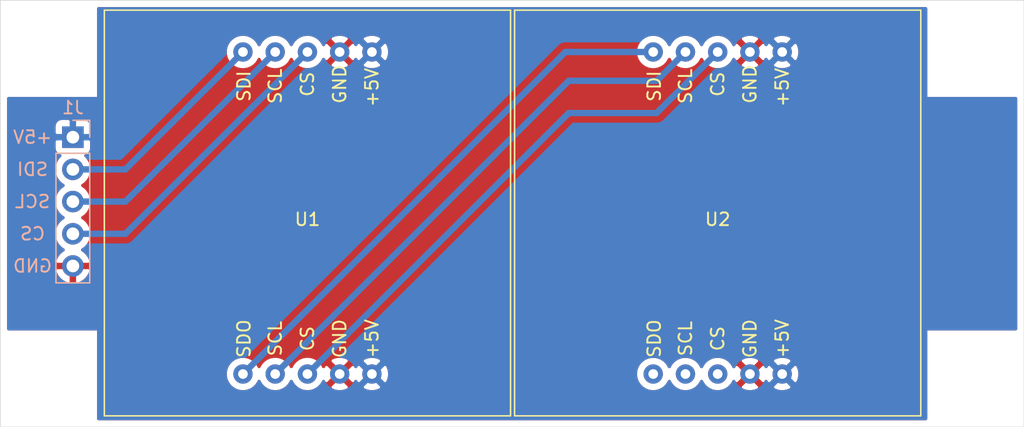
<source format=kicad_pcb>
(kicad_pcb (version 20171130) (host pcbnew "(5.1.10)-1")

  (general
    (thickness 1.6)
    (drawings 9)
    (tracks 14)
    (zones 0)
    (modules 7)
    (nets 12)
  )

  (page A4)
  (layers
    (0 F.Cu signal)
    (31 B.Cu signal)
    (32 B.Adhes user)
    (33 F.Adhes user)
    (34 B.Paste user)
    (35 F.Paste user)
    (36 B.SilkS user)
    (37 F.SilkS user)
    (38 B.Mask user)
    (39 F.Mask user)
    (40 Dwgs.User user)
    (41 Cmts.User user)
    (42 Eco1.User user)
    (43 Eco2.User user)
    (44 Edge.Cuts user)
    (45 Margin user)
    (46 B.CrtYd user)
    (47 F.CrtYd user)
    (48 B.Fab user)
    (49 F.Fab user)
  )

  (setup
    (last_trace_width 0.25)
    (user_trace_width 0.25)
    (user_trace_width 0.5)
    (trace_clearance 0.2)
    (zone_clearance 0.508)
    (zone_45_only no)
    (trace_min 0.2)
    (via_size 0.8)
    (via_drill 0.4)
    (via_min_size 0.4)
    (via_min_drill 0.3)
    (uvia_size 0.3)
    (uvia_drill 0.1)
    (uvias_allowed no)
    (uvia_min_size 0.2)
    (uvia_min_drill 0.1)
    (edge_width 0.05)
    (segment_width 0.2)
    (pcb_text_width 0.3)
    (pcb_text_size 1.5 1.5)
    (mod_edge_width 0.12)
    (mod_text_size 1 1)
    (mod_text_width 0.15)
    (pad_size 1.524 1.524)
    (pad_drill 0.762)
    (pad_to_mask_clearance 0)
    (aux_axis_origin 0 0)
    (grid_origin 29.845 36.83)
    (visible_elements 7FFFFFFF)
    (pcbplotparams
      (layerselection 0x010fc_ffffffff)
      (usegerberextensions true)
      (usegerberattributes false)
      (usegerberadvancedattributes false)
      (creategerberjobfile false)
      (excludeedgelayer true)
      (linewidth 0.100000)
      (plotframeref false)
      (viasonmask false)
      (mode 1)
      (useauxorigin false)
      (hpglpennumber 1)
      (hpglpenspeed 20)
      (hpglpendiameter 15.000000)
      (psnegative false)
      (psa4output false)
      (plotreference true)
      (plotvalue false)
      (plotinvisibletext false)
      (padsonsilk false)
      (subtractmaskfromsilk true)
      (outputformat 1)
      (mirror false)
      (drillshape 0)
      (scaleselection 1)
      (outputdirectory "gerbers/"))
  )

  (net 0 "")
  (net 1 "Net-(J1-Pad4)")
  (net 2 "Net-(J1-Pad3)")
  (net 3 "Net-(J1-Pad2)")
  (net 4 "Net-(U1-Pad10)")
  (net 5 "Net-(U1-Pad9)")
  (net 6 "Net-(U1-Pad8)")
  (net 7 "Net-(U2-Pad10)")
  (net 8 "Net-(U2-Pad9)")
  (net 9 "Net-(U2-Pad8)")
  (net 10 GND)
  (net 11 +5V)

  (net_class Default "This is the default net class."
    (clearance 0.2)
    (trace_width 0.25)
    (via_dia 0.8)
    (via_drill 0.4)
    (uvia_dia 0.3)
    (uvia_drill 0.1)
    (add_net +5V)
    (add_net GND)
    (add_net "Net-(J1-Pad2)")
    (add_net "Net-(J1-Pad3)")
    (add_net "Net-(J1-Pad4)")
    (add_net "Net-(U1-Pad10)")
    (add_net "Net-(U1-Pad8)")
    (add_net "Net-(U1-Pad9)")
    (add_net "Net-(U2-Pad10)")
    (add_net "Net-(U2-Pad8)")
    (add_net "Net-(U2-Pad9)")
  )

  (module MountingHole:MountingHole_3.2mm_M3_DIN965 (layer F.Cu) (tedit 56D1B4CB) (tstamp 616547C7)
    (at 106.68 66.675)
    (descr "Mounting Hole 3.2mm, no annular, M3, DIN965")
    (tags "mounting hole 3.2mm no annular m3 din965")
    (path /6165FE83)
    (attr virtual)
    (fp_text reference H4 (at 0 -3.8) (layer F.SilkS) hide
      (effects (font (size 1 1) (thickness 0.15)))
    )
    (fp_text value MountingHole (at 0 3.8) (layer F.Fab) hide
      (effects (font (size 1 1) (thickness 0.15)))
    )
    (fp_text user %R (at 0.3 0) (layer F.Fab)
      (effects (font (size 1 1) (thickness 0.15)))
    )
    (fp_circle (center 0 0) (end 2.8 0) (layer Cmts.User) (width 0.15))
    (fp_circle (center 0 0) (end 3.05 0) (layer F.CrtYd) (width 0.05))
    (pad 1 np_thru_hole circle (at 0 0) (size 3.2 3.2) (drill 3.2) (layers *.Cu *.Mask))
  )

  (module MountingHole:MountingHole_3.2mm_M3_DIN965 (layer F.Cu) (tedit 56D1B4CB) (tstamp 616547BF)
    (at 33.655 66.675)
    (descr "Mounting Hole 3.2mm, no annular, M3, DIN965")
    (tags "mounting hole 3.2mm no annular m3 din965")
    (path /6165FCB0)
    (attr virtual)
    (fp_text reference H3 (at 0 -3.8) (layer F.SilkS) hide
      (effects (font (size 1 1) (thickness 0.15)))
    )
    (fp_text value MountingHole (at 0 3.8) (layer F.Fab) hide
      (effects (font (size 1 1) (thickness 0.15)))
    )
    (fp_text user %R (at 0.3 0) (layer F.Fab)
      (effects (font (size 1 1) (thickness 0.15)))
    )
    (fp_circle (center 0 0) (end 2.8 0) (layer Cmts.User) (width 0.15))
    (fp_circle (center 0 0) (end 3.05 0) (layer F.CrtYd) (width 0.05))
    (pad 1 np_thru_hole circle (at 0 0) (size 3.2 3.2) (drill 3.2) (layers *.Cu *.Mask))
  )

  (module MountingHole:MountingHole_3.2mm_M3_DIN965 (layer F.Cu) (tedit 56D1B4CB) (tstamp 616547B7)
    (at 106.68 40.64)
    (descr "Mounting Hole 3.2mm, no annular, M3, DIN965")
    (tags "mounting hole 3.2mm no annular m3 din965")
    (path /6165F988)
    (attr virtual)
    (fp_text reference H2 (at 0 -3.8) (layer F.SilkS) hide
      (effects (font (size 1 1) (thickness 0.15)))
    )
    (fp_text value MountingHole (at 0 3.8) (layer F.Fab) hide
      (effects (font (size 1 1) (thickness 0.15)))
    )
    (fp_text user %R (at 0.3 0) (layer F.Fab)
      (effects (font (size 1 1) (thickness 0.15)))
    )
    (fp_circle (center 0 0) (end 2.8 0) (layer Cmts.User) (width 0.15))
    (fp_circle (center 0 0) (end 3.05 0) (layer F.CrtYd) (width 0.05))
    (pad 1 np_thru_hole circle (at 0 0) (size 3.2 3.2) (drill 3.2) (layers *.Cu *.Mask))
  )

  (module MountingHole:MountingHole_3.2mm_M3_DIN965 (layer F.Cu) (tedit 56D1B4CB) (tstamp 616547AF)
    (at 33.655 40.64)
    (descr "Mounting Hole 3.2mm, no annular, M3, DIN965")
    (tags "mounting hole 3.2mm no annular m3 din965")
    (path /6165E573)
    (attr virtual)
    (fp_text reference H1 (at 0 -3.8) (layer F.SilkS) hide
      (effects (font (size 1 1) (thickness 0.15)))
    )
    (fp_text value MountingHole (at 0 3.8) (layer F.Fab) hide
      (effects (font (size 1 1) (thickness 0.15)))
    )
    (fp_text user %R (at 0.3 0) (layer F.Fab)
      (effects (font (size 1 1) (thickness 0.15)))
    )
    (fp_circle (center 0 0) (end 2.8 0) (layer Cmts.User) (width 0.15))
    (fp_circle (center 0 0) (end 3.05 0) (layer F.CrtYd) (width 0.05))
    (pad 1 np_thru_hole circle (at 0 0) (size 3.2 3.2) (drill 3.2) (layers *.Cu *.Mask))
  )

  (module MyLibrary:RoboDyn_MAX7221_LED_Matrix (layer F.Cu) (tedit 61650AD2) (tstamp 616543D8)
    (at 86.36 53.605)
    (path /6164F9F8)
    (fp_text reference U2 (at 0 0.5) (layer F.SilkS)
      (effects (font (size 1 1) (thickness 0.15)))
    )
    (fp_text value LED2 (at 0 -0.5) (layer F.Fab)
      (effects (font (size 1 1) (thickness 0.15)))
    )
    (fp_text user +5V (at 5.08 -9.906 90) (layer F.SilkS)
      (effects (font (size 1 1) (thickness 0.15)))
    )
    (fp_text user +5V (at 5.08 9.906 270) (layer F.SilkS)
      (effects (font (size 1 1) (thickness 0.15)))
    )
    (fp_text user CS (at 0 9.906 90) (layer F.SilkS)
      (effects (font (size 1 1) (thickness 0.15)))
    )
    (fp_text user CS (at 0 -10.16 90) (layer F.SilkS)
      (effects (font (size 1 1) (thickness 0.15)))
    )
    (fp_text user GND (at 2.54 9.906 90) (layer F.SilkS)
      (effects (font (size 1 1) (thickness 0.15)))
    )
    (fp_text user GND (at 2.54 -10.16 90) (layer F.SilkS)
      (effects (font (size 1 1) (thickness 0.15)))
    )
    (fp_text user SCL (at -2.54 9.906 90) (layer F.SilkS)
      (effects (font (size 1 1) (thickness 0.15)))
    )
    (fp_text user SCL (at -2.54 -10 90) (layer F.SilkS)
      (effects (font (size 1 1) (thickness 0.15)))
    )
    (fp_text user SDO (at -5 9.906 270) (layer F.SilkS)
      (effects (font (size 1 1) (thickness 0.15)))
    )
    (fp_text user SDI (at -5 -10 270) (layer F.SilkS)
      (effects (font (size 1 1) (thickness 0.15)))
    )
    (fp_line (start -16 16) (end -16 -16) (layer F.CrtYd) (width 0.12))
    (fp_line (start 16 16) (end -16 16) (layer F.CrtYd) (width 0.12))
    (fp_line (start 16 -16) (end 16 16) (layer F.CrtYd) (width 0.12))
    (fp_line (start -16 -16) (end 16 -16) (layer F.CrtYd) (width 0.12))
    (fp_line (start -16 16) (end -16 -16) (layer F.SilkS) (width 0.12))
    (fp_line (start 16 16) (end -16 16) (layer F.SilkS) (width 0.12))
    (fp_line (start 16 -16) (end 16 16) (layer F.SilkS) (width 0.12))
    (fp_line (start -16 -16) (end 16 -16) (layer F.SilkS) (width 0.12))
    (pad 10 thru_hole circle (at -5.08 12.7) (size 1.524 1.524) (drill 0.762) (layers *.Cu *.Mask)
      (net 7 "Net-(U2-Pad10)"))
    (pad 9 thru_hole circle (at -2.54 12.7) (size 1.524 1.524) (drill 0.762) (layers *.Cu *.Mask)
      (net 8 "Net-(U2-Pad9)"))
    (pad 8 thru_hole circle (at 0 12.7) (size 1.524 1.524) (drill 0.762) (layers *.Cu *.Mask Eco1.User)
      (net 9 "Net-(U2-Pad8)"))
    (pad 7 thru_hole circle (at 2.54 12.7) (size 1.524 1.524) (drill 0.762) (layers *.Cu *.Mask)
      (net 10 GND))
    (pad 6 thru_hole circle (at 5.08 12.7) (size 1.524 1.524) (drill 0.762) (layers *.Cu *.Mask)
      (net 11 +5V))
    (pad 5 thru_hole circle (at 5.08 -12.7) (size 1.524 1.524) (drill 0.762) (layers *.Cu *.Mask)
      (net 11 +5V))
    (pad 4 thru_hole circle (at 2.54 -12.7) (size 1.524 1.524) (drill 0.762) (layers *.Cu *.Mask)
      (net 10 GND))
    (pad 3 thru_hole circle (at 0 -12.7) (size 1.524 1.524) (drill 0.762) (layers *.Cu *.Mask)
      (net 6 "Net-(U1-Pad8)"))
    (pad 2 thru_hole circle (at -2.54 -12.7) (size 1.524 1.524) (drill 0.762) (layers *.Cu *.Mask)
      (net 5 "Net-(U1-Pad9)"))
    (pad 1 thru_hole circle (at -5.08 -12.7) (size 1.524 1.524) (drill 0.762) (layers *.Cu *.Mask)
      (net 4 "Net-(U1-Pad10)"))
  )

  (module MyLibrary:RoboDyn_MAX7221_LED_Matrix (layer F.Cu) (tedit 61650AD2) (tstamp 616543C2)
    (at 54.04 53.605)
    (path /6164E7D6)
    (fp_text reference U1 (at 0 0.5) (layer F.SilkS)
      (effects (font (size 1 1) (thickness 0.15)))
    )
    (fp_text value LED1 (at 0 -0.5) (layer F.Fab)
      (effects (font (size 1 1) (thickness 0.15)))
    )
    (fp_text user +5V (at 5.08 -9.906 90) (layer F.SilkS)
      (effects (font (size 1 1) (thickness 0.15)))
    )
    (fp_text user +5V (at 5.08 9.906 270) (layer F.SilkS)
      (effects (font (size 1 1) (thickness 0.15)))
    )
    (fp_text user CS (at 0 9.906 90) (layer F.SilkS)
      (effects (font (size 1 1) (thickness 0.15)))
    )
    (fp_text user CS (at 0 -10.16 90) (layer F.SilkS)
      (effects (font (size 1 1) (thickness 0.15)))
    )
    (fp_text user GND (at 2.54 9.906 90) (layer F.SilkS)
      (effects (font (size 1 1) (thickness 0.15)))
    )
    (fp_text user GND (at 2.54 -10.16 90) (layer F.SilkS)
      (effects (font (size 1 1) (thickness 0.15)))
    )
    (fp_text user SCL (at -2.54 9.906 90) (layer F.SilkS)
      (effects (font (size 1 1) (thickness 0.15)))
    )
    (fp_text user SCL (at -2.54 -10 90) (layer F.SilkS)
      (effects (font (size 1 1) (thickness 0.15)))
    )
    (fp_text user SDO (at -5 9.906 270) (layer F.SilkS)
      (effects (font (size 1 1) (thickness 0.15)))
    )
    (fp_text user SDI (at -5 -10 270) (layer F.SilkS)
      (effects (font (size 1 1) (thickness 0.15)))
    )
    (fp_line (start -16 16) (end -16 -16) (layer F.CrtYd) (width 0.12))
    (fp_line (start 16 16) (end -16 16) (layer F.CrtYd) (width 0.12))
    (fp_line (start 16 -16) (end 16 16) (layer F.CrtYd) (width 0.12))
    (fp_line (start -16 -16) (end 16 -16) (layer F.CrtYd) (width 0.12))
    (fp_line (start -16 16) (end -16 -16) (layer F.SilkS) (width 0.12))
    (fp_line (start 16 16) (end -16 16) (layer F.SilkS) (width 0.12))
    (fp_line (start 16 -16) (end 16 16) (layer F.SilkS) (width 0.12))
    (fp_line (start -16 -16) (end 16 -16) (layer F.SilkS) (width 0.12))
    (pad 10 thru_hole circle (at -5.08 12.7) (size 1.524 1.524) (drill 0.762) (layers *.Cu *.Mask)
      (net 4 "Net-(U1-Pad10)"))
    (pad 9 thru_hole circle (at -2.54 12.7) (size 1.524 1.524) (drill 0.762) (layers *.Cu *.Mask)
      (net 5 "Net-(U1-Pad9)"))
    (pad 8 thru_hole circle (at 0 12.7) (size 1.524 1.524) (drill 0.762) (layers *.Cu *.Mask Eco1.User)
      (net 6 "Net-(U1-Pad8)"))
    (pad 7 thru_hole circle (at 2.54 12.7) (size 1.524 1.524) (drill 0.762) (layers *.Cu *.Mask)
      (net 10 GND))
    (pad 6 thru_hole circle (at 5.08 12.7) (size 1.524 1.524) (drill 0.762) (layers *.Cu *.Mask)
      (net 11 +5V))
    (pad 5 thru_hole circle (at 5.08 -12.7) (size 1.524 1.524) (drill 0.762) (layers *.Cu *.Mask)
      (net 11 +5V))
    (pad 4 thru_hole circle (at 2.54 -12.7) (size 1.524 1.524) (drill 0.762) (layers *.Cu *.Mask)
      (net 10 GND))
    (pad 3 thru_hole circle (at 0 -12.7) (size 1.524 1.524) (drill 0.762) (layers *.Cu *.Mask)
      (net 1 "Net-(J1-Pad4)"))
    (pad 2 thru_hole circle (at -2.54 -12.7) (size 1.524 1.524) (drill 0.762) (layers *.Cu *.Mask)
      (net 2 "Net-(J1-Pad3)"))
    (pad 1 thru_hole circle (at -5.08 -12.7) (size 1.524 1.524) (drill 0.762) (layers *.Cu *.Mask)
      (net 3 "Net-(J1-Pad2)"))
  )

  (module Connector_PinHeader_2.54mm:PinHeader_1x05_P2.54mm_Vertical (layer B.Cu) (tedit 59FED5CC) (tstamp 616543AC)
    (at 35.56 47.625 180)
    (descr "Through hole straight pin header, 1x05, 2.54mm pitch, single row")
    (tags "Through hole pin header THT 1x05 2.54mm single row")
    (path /61651DBA)
    (fp_text reference J1 (at 0 2.33) (layer B.SilkS)
      (effects (font (size 1 1) (thickness 0.15)) (justify mirror))
    )
    (fp_text value Input (at 0 -12.49) (layer B.Fab)
      (effects (font (size 1 1) (thickness 0.15)) (justify mirror))
    )
    (fp_text user %R (at 0 -5.08 270) (layer B.Fab)
      (effects (font (size 1 1) (thickness 0.15)) (justify mirror))
    )
    (fp_line (start -0.635 1.27) (end 1.27 1.27) (layer B.Fab) (width 0.1))
    (fp_line (start 1.27 1.27) (end 1.27 -11.43) (layer B.Fab) (width 0.1))
    (fp_line (start 1.27 -11.43) (end -1.27 -11.43) (layer B.Fab) (width 0.1))
    (fp_line (start -1.27 -11.43) (end -1.27 0.635) (layer B.Fab) (width 0.1))
    (fp_line (start -1.27 0.635) (end -0.635 1.27) (layer B.Fab) (width 0.1))
    (fp_line (start -1.33 -11.49) (end 1.33 -11.49) (layer B.SilkS) (width 0.12))
    (fp_line (start -1.33 -1.27) (end -1.33 -11.49) (layer B.SilkS) (width 0.12))
    (fp_line (start 1.33 -1.27) (end 1.33 -11.49) (layer B.SilkS) (width 0.12))
    (fp_line (start -1.33 -1.27) (end 1.33 -1.27) (layer B.SilkS) (width 0.12))
    (fp_line (start -1.33 0) (end -1.33 1.33) (layer B.SilkS) (width 0.12))
    (fp_line (start -1.33 1.33) (end 0 1.33) (layer B.SilkS) (width 0.12))
    (fp_line (start -1.8 1.8) (end -1.8 -11.95) (layer B.CrtYd) (width 0.05))
    (fp_line (start -1.8 -11.95) (end 1.8 -11.95) (layer B.CrtYd) (width 0.05))
    (fp_line (start 1.8 -11.95) (end 1.8 1.8) (layer B.CrtYd) (width 0.05))
    (fp_line (start 1.8 1.8) (end -1.8 1.8) (layer B.CrtYd) (width 0.05))
    (pad 5 thru_hole oval (at 0 -10.16 180) (size 1.7 1.7) (drill 1) (layers *.Cu *.Mask)
      (net 10 GND))
    (pad 4 thru_hole oval (at 0 -7.62 180) (size 1.7 1.7) (drill 1) (layers *.Cu *.Mask)
      (net 1 "Net-(J1-Pad4)"))
    (pad 3 thru_hole oval (at 0 -5.08 180) (size 1.7 1.7) (drill 1) (layers *.Cu *.Mask)
      (net 2 "Net-(J1-Pad3)"))
    (pad 2 thru_hole oval (at 0 -2.54 180) (size 1.7 1.7) (drill 1) (layers *.Cu *.Mask)
      (net 3 "Net-(J1-Pad2)"))
    (pad 1 thru_hole rect (at 0 0 180) (size 1.7 1.7) (drill 1) (layers *.Cu *.Mask)
      (net 11 +5V))
    (model ${KISYS3DMOD}/Connector_PinHeader_2.54mm.3dshapes/PinHeader_1x05_P2.54mm_Vertical.wrl
      (at (xyz 0 0 0))
      (scale (xyz 1 1 1))
      (rotate (xyz 0 0 0))
    )
  )

  (gr_text GND (at 32.385 57.785) (layer B.SilkS) (tstamp 61656A92)
    (effects (font (size 1 1) (thickness 0.15)) (justify mirror))
  )
  (gr_text CS (at 32.385 55.245) (layer B.SilkS) (tstamp 61656A90)
    (effects (font (size 1 1) (thickness 0.15)) (justify mirror))
  )
  (gr_text SCL (at 32.385 52.705) (layer B.SilkS) (tstamp 61656A8E)
    (effects (font (size 1 1) (thickness 0.15)) (justify mirror))
  )
  (gr_text "SDI\n" (at 32.385 50.165) (layer B.SilkS)
    (effects (font (size 1 1) (thickness 0.15)) (justify mirror))
  )
  (gr_text +5V (at 32.385 47.625) (layer B.SilkS)
    (effects (font (size 1 1) (thickness 0.15)) (justify mirror))
  )
  (gr_line (start 29.845 70.485) (end 29.845 36.83) (layer Edge.Cuts) (width 0.05) (tstamp 616548E8))
  (gr_line (start 110.49 70.485) (end 29.845 70.485) (layer Edge.Cuts) (width 0.05))
  (gr_line (start 110.49 36.83) (end 110.49 70.485) (layer Edge.Cuts) (width 0.05))
  (gr_line (start 29.845 36.83) (end 110.49 36.83) (layer Edge.Cuts) (width 0.05))

  (segment (start 39.7 55.245) (end 54.04 40.905) (width 0.5) (layer B.Cu) (net 1))
  (segment (start 35.56 55.245) (end 39.7 55.245) (width 0.5) (layer B.Cu) (net 1))
  (segment (start 39.7 52.705) (end 51.5 40.905) (width 0.5) (layer B.Cu) (net 2))
  (segment (start 35.56 52.705) (end 39.7 52.705) (width 0.5) (layer B.Cu) (net 2))
  (segment (start 39.7 50.165) (end 48.96 40.905) (width 0.5) (layer B.Cu) (net 3))
  (segment (start 35.56 50.165) (end 39.7 50.165) (width 0.5) (layer B.Cu) (net 3))
  (segment (start 74.36 40.905) (end 81.28 40.905) (width 0.5) (layer B.Cu) (net 4))
  (segment (start 48.96 66.305) (end 74.36 40.905) (width 0.5) (layer B.Cu) (net 4))
  (segment (start 51.5 66.305) (end 74.625 43.18) (width 0.5) (layer B.Cu) (net 5))
  (segment (start 81.545 43.18) (end 83.82 40.905) (width 0.5) (layer B.Cu) (net 5))
  (segment (start 74.625 43.18) (end 81.545 43.18) (width 0.5) (layer B.Cu) (net 5))
  (segment (start 54.04 66.305) (end 74.625 45.72) (width 0.5) (layer B.Cu) (net 6))
  (segment (start 81.545 45.72) (end 86.36 40.905) (width 0.5) (layer B.Cu) (net 6))
  (segment (start 74.625 45.72) (end 81.545 45.72) (width 0.5) (layer B.Cu) (net 6))

  (zone (net 11) (net_name +5V) (layer B.Cu) (tstamp 61654E24) (hatch edge 0.508)
    (connect_pads (clearance 0.508))
    (min_thickness 0.254)
    (fill yes (arc_segments 32) (thermal_gap 0.508) (thermal_bridge_width 0.508))
    (polygon
      (pts
        (xy 102.87 44.45) (xy 110.49 44.45) (xy 110.49 62.865) (xy 102.87 62.865) (xy 102.87 70.485)
        (xy 37.465 70.485) (xy 37.465 62.865) (xy 29.845 62.865) (xy 29.845 44.45) (xy 37.465 44.45)
        (xy 37.465 36.83) (xy 102.87 36.83)
      )
    )
    (filled_polygon
      (pts
        (xy 102.743 44.45) (xy 102.74544 44.474776) (xy 102.752667 44.498601) (xy 102.764403 44.520557) (xy 102.780197 44.539803)
        (xy 102.799443 44.555597) (xy 102.821399 44.567333) (xy 102.845224 44.57456) (xy 102.87 44.577) (xy 109.83 44.577)
        (xy 109.830001 62.738) (xy 102.87 62.738) (xy 102.845224 62.74044) (xy 102.821399 62.747667) (xy 102.799443 62.759403)
        (xy 102.780197 62.775197) (xy 102.764403 62.794443) (xy 102.752667 62.816399) (xy 102.74544 62.840224) (xy 102.743 62.865)
        (xy 102.743 69.825) (xy 37.592 69.825) (xy 37.592 66.167408) (xy 47.563 66.167408) (xy 47.563 66.442592)
        (xy 47.616686 66.71249) (xy 47.721995 66.966727) (xy 47.87488 67.195535) (xy 48.069465 67.39012) (xy 48.298273 67.543005)
        (xy 48.55251 67.648314) (xy 48.822408 67.702) (xy 49.097592 67.702) (xy 49.36749 67.648314) (xy 49.621727 67.543005)
        (xy 49.850535 67.39012) (xy 50.04512 67.195535) (xy 50.198005 66.966727) (xy 50.23 66.889485) (xy 50.261995 66.966727)
        (xy 50.41488 67.195535) (xy 50.609465 67.39012) (xy 50.838273 67.543005) (xy 51.09251 67.648314) (xy 51.362408 67.702)
        (xy 51.637592 67.702) (xy 51.90749 67.648314) (xy 52.161727 67.543005) (xy 52.390535 67.39012) (xy 52.58512 67.195535)
        (xy 52.738005 66.966727) (xy 52.77 66.889485) (xy 52.801995 66.966727) (xy 52.95488 67.195535) (xy 53.149465 67.39012)
        (xy 53.378273 67.543005) (xy 53.63251 67.648314) (xy 53.902408 67.702) (xy 54.177592 67.702) (xy 54.44749 67.648314)
        (xy 54.701727 67.543005) (xy 54.930535 67.39012) (xy 55.12512 67.195535) (xy 55.278005 66.966727) (xy 55.31 66.889485)
        (xy 55.341995 66.966727) (xy 55.49488 67.195535) (xy 55.689465 67.39012) (xy 55.918273 67.543005) (xy 56.17251 67.648314)
        (xy 56.442408 67.702) (xy 56.717592 67.702) (xy 56.98749 67.648314) (xy 57.241727 67.543005) (xy 57.470535 67.39012)
        (xy 57.59009 67.270565) (xy 58.33404 67.270565) (xy 58.40102 67.510656) (xy 58.650048 67.627756) (xy 58.917135 67.694023)
        (xy 59.192017 67.70691) (xy 59.464133 67.665922) (xy 59.723023 67.572636) (xy 59.83898 67.510656) (xy 59.90596 67.270565)
        (xy 59.12 66.484605) (xy 58.33404 67.270565) (xy 57.59009 67.270565) (xy 57.66512 67.195535) (xy 57.818005 66.966727)
        (xy 57.847692 66.895057) (xy 57.852364 66.908023) (xy 57.914344 67.02398) (xy 58.154435 67.09096) (xy 58.940395 66.305)
        (xy 59.299605 66.305) (xy 60.085565 67.09096) (xy 60.325656 67.02398) (xy 60.442756 66.774952) (xy 60.509023 66.507865)
        (xy 60.52191 66.232983) (xy 60.512033 66.167408) (xy 79.883 66.167408) (xy 79.883 66.442592) (xy 79.936686 66.71249)
        (xy 80.041995 66.966727) (xy 80.19488 67.195535) (xy 80.389465 67.39012) (xy 80.618273 67.543005) (xy 80.87251 67.648314)
        (xy 81.142408 67.702) (xy 81.417592 67.702) (xy 81.68749 67.648314) (xy 81.941727 67.543005) (xy 82.170535 67.39012)
        (xy 82.36512 67.195535) (xy 82.518005 66.966727) (xy 82.55 66.889485) (xy 82.581995 66.966727) (xy 82.73488 67.195535)
        (xy 82.929465 67.39012) (xy 83.158273 67.543005) (xy 83.41251 67.648314) (xy 83.682408 67.702) (xy 83.957592 67.702)
        (xy 84.22749 67.648314) (xy 84.481727 67.543005) (xy 84.710535 67.39012) (xy 84.90512 67.195535) (xy 85.058005 66.966727)
        (xy 85.09 66.889485) (xy 85.121995 66.966727) (xy 85.27488 67.195535) (xy 85.469465 67.39012) (xy 85.698273 67.543005)
        (xy 85.95251 67.648314) (xy 86.222408 67.702) (xy 86.497592 67.702) (xy 86.76749 67.648314) (xy 87.021727 67.543005)
        (xy 87.250535 67.39012) (xy 87.44512 67.195535) (xy 87.598005 66.966727) (xy 87.63 66.889485) (xy 87.661995 66.966727)
        (xy 87.81488 67.195535) (xy 88.009465 67.39012) (xy 88.238273 67.543005) (xy 88.49251 67.648314) (xy 88.762408 67.702)
        (xy 89.037592 67.702) (xy 89.30749 67.648314) (xy 89.561727 67.543005) (xy 89.790535 67.39012) (xy 89.91009 67.270565)
        (xy 90.65404 67.270565) (xy 90.72102 67.510656) (xy 90.970048 67.627756) (xy 91.237135 67.694023) (xy 91.512017 67.70691)
        (xy 91.784133 67.665922) (xy 92.043023 67.572636) (xy 92.15898 67.510656) (xy 92.22596 67.270565) (xy 91.44 66.484605)
        (xy 90.65404 67.270565) (xy 89.91009 67.270565) (xy 89.98512 67.195535) (xy 90.138005 66.966727) (xy 90.167692 66.895057)
        (xy 90.172364 66.908023) (xy 90.234344 67.02398) (xy 90.474435 67.09096) (xy 91.260395 66.305) (xy 91.619605 66.305)
        (xy 92.405565 67.09096) (xy 92.645656 67.02398) (xy 92.762756 66.774952) (xy 92.829023 66.507865) (xy 92.84191 66.232983)
        (xy 92.800922 65.960867) (xy 92.707636 65.701977) (xy 92.645656 65.58602) (xy 92.405565 65.51904) (xy 91.619605 66.305)
        (xy 91.260395 66.305) (xy 90.474435 65.51904) (xy 90.234344 65.58602) (xy 90.170515 65.72176) (xy 90.138005 65.643273)
        (xy 89.98512 65.414465) (xy 89.91009 65.339435) (xy 90.65404 65.339435) (xy 91.44 66.125395) (xy 92.22596 65.339435)
        (xy 92.15898 65.099344) (xy 91.909952 64.982244) (xy 91.642865 64.915977) (xy 91.367983 64.90309) (xy 91.095867 64.944078)
        (xy 90.836977 65.037364) (xy 90.72102 65.099344) (xy 90.65404 65.339435) (xy 89.91009 65.339435) (xy 89.790535 65.21988)
        (xy 89.561727 65.066995) (xy 89.30749 64.961686) (xy 89.037592 64.908) (xy 88.762408 64.908) (xy 88.49251 64.961686)
        (xy 88.238273 65.066995) (xy 88.009465 65.21988) (xy 87.81488 65.414465) (xy 87.661995 65.643273) (xy 87.63 65.720515)
        (xy 87.598005 65.643273) (xy 87.44512 65.414465) (xy 87.250535 65.21988) (xy 87.021727 65.066995) (xy 86.76749 64.961686)
        (xy 86.497592 64.908) (xy 86.222408 64.908) (xy 85.95251 64.961686) (xy 85.698273 65.066995) (xy 85.469465 65.21988)
        (xy 85.27488 65.414465) (xy 85.121995 65.643273) (xy 85.09 65.720515) (xy 85.058005 65.643273) (xy 84.90512 65.414465)
        (xy 84.710535 65.21988) (xy 84.481727 65.066995) (xy 84.22749 64.961686) (xy 83.957592 64.908) (xy 83.682408 64.908)
        (xy 83.41251 64.961686) (xy 83.158273 65.066995) (xy 82.929465 65.21988) (xy 82.73488 65.414465) (xy 82.581995 65.643273)
        (xy 82.55 65.720515) (xy 82.518005 65.643273) (xy 82.36512 65.414465) (xy 82.170535 65.21988) (xy 81.941727 65.066995)
        (xy 81.68749 64.961686) (xy 81.417592 64.908) (xy 81.142408 64.908) (xy 80.87251 64.961686) (xy 80.618273 65.066995)
        (xy 80.389465 65.21988) (xy 80.19488 65.414465) (xy 80.041995 65.643273) (xy 79.936686 65.89751) (xy 79.883 66.167408)
        (xy 60.512033 66.167408) (xy 60.480922 65.960867) (xy 60.387636 65.701977) (xy 60.325656 65.58602) (xy 60.085565 65.51904)
        (xy 59.299605 66.305) (xy 58.940395 66.305) (xy 58.154435 65.51904) (xy 57.914344 65.58602) (xy 57.850515 65.72176)
        (xy 57.818005 65.643273) (xy 57.66512 65.414465) (xy 57.59009 65.339435) (xy 58.33404 65.339435) (xy 59.12 66.125395)
        (xy 59.90596 65.339435) (xy 59.83898 65.099344) (xy 59.589952 64.982244) (xy 59.322865 64.915977) (xy 59.047983 64.90309)
        (xy 58.775867 64.944078) (xy 58.516977 65.037364) (xy 58.40102 65.099344) (xy 58.33404 65.339435) (xy 57.59009 65.339435)
        (xy 57.470535 65.21988) (xy 57.241727 65.066995) (xy 56.98749 64.961686) (xy 56.717592 64.908) (xy 56.688578 64.908)
        (xy 74.991579 46.605) (xy 81.501531 46.605) (xy 81.545 46.609281) (xy 81.588469 46.605) (xy 81.588477 46.605)
        (xy 81.71849 46.592195) (xy 81.885313 46.541589) (xy 82.039059 46.459411) (xy 82.173817 46.348817) (xy 82.201534 46.315044)
        (xy 86.215878 42.300701) (xy 86.222408 42.302) (xy 86.497592 42.302) (xy 86.76749 42.248314) (xy 87.021727 42.143005)
        (xy 87.250535 41.99012) (xy 87.44512 41.795535) (xy 87.598005 41.566727) (xy 87.63 41.489485) (xy 87.661995 41.566727)
        (xy 87.81488 41.795535) (xy 88.009465 41.99012) (xy 88.238273 42.143005) (xy 88.49251 42.248314) (xy 88.762408 42.302)
        (xy 89.037592 42.302) (xy 89.30749 42.248314) (xy 89.561727 42.143005) (xy 89.790535 41.99012) (xy 89.91009 41.870565)
        (xy 90.65404 41.870565) (xy 90.72102 42.110656) (xy 90.970048 42.227756) (xy 91.237135 42.294023) (xy 91.512017 42.30691)
        (xy 91.784133 42.265922) (xy 92.043023 42.172636) (xy 92.15898 42.110656) (xy 92.22596 41.870565) (xy 91.44 41.084605)
        (xy 90.65404 41.870565) (xy 89.91009 41.870565) (xy 89.98512 41.795535) (xy 90.138005 41.566727) (xy 90.167692 41.495057)
        (xy 90.172364 41.508023) (xy 90.234344 41.62398) (xy 90.474435 41.69096) (xy 91.260395 40.905) (xy 91.619605 40.905)
        (xy 92.405565 41.69096) (xy 92.645656 41.62398) (xy 92.762756 41.374952) (xy 92.829023 41.107865) (xy 92.84191 40.832983)
        (xy 92.800922 40.560867) (xy 92.707636 40.301977) (xy 92.645656 40.18602) (xy 92.405565 40.11904) (xy 91.619605 40.905)
        (xy 91.260395 40.905) (xy 90.474435 40.11904) (xy 90.234344 40.18602) (xy 90.170515 40.32176) (xy 90.138005 40.243273)
        (xy 89.98512 40.014465) (xy 89.91009 39.939435) (xy 90.65404 39.939435) (xy 91.44 40.725395) (xy 92.22596 39.939435)
        (xy 92.15898 39.699344) (xy 91.909952 39.582244) (xy 91.642865 39.515977) (xy 91.367983 39.50309) (xy 91.095867 39.544078)
        (xy 90.836977 39.637364) (xy 90.72102 39.699344) (xy 90.65404 39.939435) (xy 89.91009 39.939435) (xy 89.790535 39.81988)
        (xy 89.561727 39.666995) (xy 89.30749 39.561686) (xy 89.037592 39.508) (xy 88.762408 39.508) (xy 88.49251 39.561686)
        (xy 88.238273 39.666995) (xy 88.009465 39.81988) (xy 87.81488 40.014465) (xy 87.661995 40.243273) (xy 87.63 40.320515)
        (xy 87.598005 40.243273) (xy 87.44512 40.014465) (xy 87.250535 39.81988) (xy 87.021727 39.666995) (xy 86.76749 39.561686)
        (xy 86.497592 39.508) (xy 86.222408 39.508) (xy 85.95251 39.561686) (xy 85.698273 39.666995) (xy 85.469465 39.81988)
        (xy 85.27488 40.014465) (xy 85.121995 40.243273) (xy 85.09 40.320515) (xy 85.058005 40.243273) (xy 84.90512 40.014465)
        (xy 84.710535 39.81988) (xy 84.481727 39.666995) (xy 84.22749 39.561686) (xy 83.957592 39.508) (xy 83.682408 39.508)
        (xy 83.41251 39.561686) (xy 83.158273 39.666995) (xy 82.929465 39.81988) (xy 82.73488 40.014465) (xy 82.581995 40.243273)
        (xy 82.55 40.320515) (xy 82.518005 40.243273) (xy 82.36512 40.014465) (xy 82.170535 39.81988) (xy 81.941727 39.666995)
        (xy 81.68749 39.561686) (xy 81.417592 39.508) (xy 81.142408 39.508) (xy 80.87251 39.561686) (xy 80.618273 39.666995)
        (xy 80.389465 39.81988) (xy 80.19488 40.014465) (xy 80.191182 40.02) (xy 74.403465 40.02) (xy 74.359999 40.015719)
        (xy 74.316533 40.02) (xy 74.316523 40.02) (xy 74.18651 40.032805) (xy 74.019687 40.083411) (xy 73.865941 40.165589)
        (xy 73.865939 40.16559) (xy 73.86594 40.16559) (xy 73.764953 40.248468) (xy 73.764951 40.24847) (xy 73.731183 40.276183)
        (xy 73.70347 40.309951) (xy 49.104123 64.909299) (xy 49.097592 64.908) (xy 48.822408 64.908) (xy 48.55251 64.961686)
        (xy 48.298273 65.066995) (xy 48.069465 65.21988) (xy 47.87488 65.414465) (xy 47.721995 65.643273) (xy 47.616686 65.89751)
        (xy 47.563 66.167408) (xy 37.592 66.167408) (xy 37.592 62.865) (xy 37.58956 62.840224) (xy 37.582333 62.816399)
        (xy 37.570597 62.794443) (xy 37.554803 62.775197) (xy 37.535557 62.759403) (xy 37.513601 62.747667) (xy 37.489776 62.74044)
        (xy 37.465 62.738) (xy 30.505 62.738) (xy 30.505 48.475) (xy 34.071928 48.475) (xy 34.084188 48.599482)
        (xy 34.120498 48.71918) (xy 34.179463 48.829494) (xy 34.258815 48.926185) (xy 34.355506 49.005537) (xy 34.46582 49.064502)
        (xy 34.53838 49.086513) (xy 34.406525 49.218368) (xy 34.24401 49.461589) (xy 34.132068 49.731842) (xy 34.075 50.01874)
        (xy 34.075 50.31126) (xy 34.132068 50.598158) (xy 34.24401 50.868411) (xy 34.406525 51.111632) (xy 34.613368 51.318475)
        (xy 34.78776 51.435) (xy 34.613368 51.551525) (xy 34.406525 51.758368) (xy 34.24401 52.001589) (xy 34.132068 52.271842)
        (xy 34.075 52.55874) (xy 34.075 52.85126) (xy 34.132068 53.138158) (xy 34.24401 53.408411) (xy 34.406525 53.651632)
        (xy 34.613368 53.858475) (xy 34.78776 53.975) (xy 34.613368 54.091525) (xy 34.406525 54.298368) (xy 34.24401 54.541589)
        (xy 34.132068 54.811842) (xy 34.075 55.09874) (xy 34.075 55.39126) (xy 34.132068 55.678158) (xy 34.24401 55.948411)
        (xy 34.406525 56.191632) (xy 34.613368 56.398475) (xy 34.78776 56.515) (xy 34.613368 56.631525) (xy 34.406525 56.838368)
        (xy 34.24401 57.081589) (xy 34.132068 57.351842) (xy 34.075 57.63874) (xy 34.075 57.93126) (xy 34.132068 58.218158)
        (xy 34.24401 58.488411) (xy 34.406525 58.731632) (xy 34.613368 58.938475) (xy 34.856589 59.10099) (xy 35.126842 59.212932)
        (xy 35.41374 59.27) (xy 35.70626 59.27) (xy 35.993158 59.212932) (xy 36.263411 59.10099) (xy 36.506632 58.938475)
        (xy 36.713475 58.731632) (xy 36.87599 58.488411) (xy 36.987932 58.218158) (xy 37.045 57.93126) (xy 37.045 57.63874)
        (xy 36.987932 57.351842) (xy 36.87599 57.081589) (xy 36.713475 56.838368) (xy 36.506632 56.631525) (xy 36.33224 56.515)
        (xy 36.506632 56.398475) (xy 36.713475 56.191632) (xy 36.754656 56.13) (xy 39.656531 56.13) (xy 39.7 56.134281)
        (xy 39.743469 56.13) (xy 39.743477 56.13) (xy 39.87349 56.117195) (xy 40.040313 56.066589) (xy 40.194059 55.984411)
        (xy 40.328817 55.873817) (xy 40.356534 55.840044) (xy 53.895878 42.300701) (xy 53.902408 42.302) (xy 54.177592 42.302)
        (xy 54.44749 42.248314) (xy 54.701727 42.143005) (xy 54.930535 41.99012) (xy 55.12512 41.795535) (xy 55.278005 41.566727)
        (xy 55.31 41.489485) (xy 55.341995 41.566727) (xy 55.49488 41.795535) (xy 55.689465 41.99012) (xy 55.918273 42.143005)
        (xy 56.17251 42.248314) (xy 56.442408 42.302) (xy 56.717592 42.302) (xy 56.98749 42.248314) (xy 57.241727 42.143005)
        (xy 57.470535 41.99012) (xy 57.59009 41.870565) (xy 58.33404 41.870565) (xy 58.40102 42.110656) (xy 58.650048 42.227756)
        (xy 58.917135 42.294023) (xy 59.192017 42.30691) (xy 59.464133 42.265922) (xy 59.723023 42.172636) (xy 59.83898 42.110656)
        (xy 59.90596 41.870565) (xy 59.12 41.084605) (xy 58.33404 41.870565) (xy 57.59009 41.870565) (xy 57.66512 41.795535)
        (xy 57.818005 41.566727) (xy 57.847692 41.495057) (xy 57.852364 41.508023) (xy 57.914344 41.62398) (xy 58.154435 41.69096)
        (xy 58.940395 40.905) (xy 59.299605 40.905) (xy 60.085565 41.69096) (xy 60.325656 41.62398) (xy 60.442756 41.374952)
        (xy 60.509023 41.107865) (xy 60.52191 40.832983) (xy 60.480922 40.560867) (xy 60.387636 40.301977) (xy 60.325656 40.18602)
        (xy 60.085565 40.11904) (xy 59.299605 40.905) (xy 58.940395 40.905) (xy 58.154435 40.11904) (xy 57.914344 40.18602)
        (xy 57.850515 40.32176) (xy 57.818005 40.243273) (xy 57.66512 40.014465) (xy 57.59009 39.939435) (xy 58.33404 39.939435)
        (xy 59.12 40.725395) (xy 59.90596 39.939435) (xy 59.83898 39.699344) (xy 59.589952 39.582244) (xy 59.322865 39.515977)
        (xy 59.047983 39.50309) (xy 58.775867 39.544078) (xy 58.516977 39.637364) (xy 58.40102 39.699344) (xy 58.33404 39.939435)
        (xy 57.59009 39.939435) (xy 57.470535 39.81988) (xy 57.241727 39.666995) (xy 56.98749 39.561686) (xy 56.717592 39.508)
        (xy 56.442408 39.508) (xy 56.17251 39.561686) (xy 55.918273 39.666995) (xy 55.689465 39.81988) (xy 55.49488 40.014465)
        (xy 55.341995 40.243273) (xy 55.31 40.320515) (xy 55.278005 40.243273) (xy 55.12512 40.014465) (xy 54.930535 39.81988)
        (xy 54.701727 39.666995) (xy 54.44749 39.561686) (xy 54.177592 39.508) (xy 53.902408 39.508) (xy 53.63251 39.561686)
        (xy 53.378273 39.666995) (xy 53.149465 39.81988) (xy 52.95488 40.014465) (xy 52.801995 40.243273) (xy 52.77 40.320515)
        (xy 52.738005 40.243273) (xy 52.58512 40.014465) (xy 52.390535 39.81988) (xy 52.161727 39.666995) (xy 51.90749 39.561686)
        (xy 51.637592 39.508) (xy 51.362408 39.508) (xy 51.09251 39.561686) (xy 50.838273 39.666995) (xy 50.609465 39.81988)
        (xy 50.41488 40.014465) (xy 50.261995 40.243273) (xy 50.23 40.320515) (xy 50.198005 40.243273) (xy 50.04512 40.014465)
        (xy 49.850535 39.81988) (xy 49.621727 39.666995) (xy 49.36749 39.561686) (xy 49.097592 39.508) (xy 48.822408 39.508)
        (xy 48.55251 39.561686) (xy 48.298273 39.666995) (xy 48.069465 39.81988) (xy 47.87488 40.014465) (xy 47.721995 40.243273)
        (xy 47.616686 40.49751) (xy 47.563 40.767408) (xy 47.563 41.042592) (xy 47.564299 41.049122) (xy 39.333422 49.28)
        (xy 36.754656 49.28) (xy 36.713475 49.218368) (xy 36.58162 49.086513) (xy 36.65418 49.064502) (xy 36.764494 49.005537)
        (xy 36.861185 48.926185) (xy 36.940537 48.829494) (xy 36.999502 48.71918) (xy 37.035812 48.599482) (xy 37.048072 48.475)
        (xy 37.045 47.91075) (xy 36.88625 47.752) (xy 35.687 47.752) (xy 35.687 47.772) (xy 35.433 47.772)
        (xy 35.433 47.752) (xy 34.23375 47.752) (xy 34.075 47.91075) (xy 34.071928 48.475) (xy 30.505 48.475)
        (xy 30.505 46.775) (xy 34.071928 46.775) (xy 34.075 47.33925) (xy 34.23375 47.498) (xy 35.433 47.498)
        (xy 35.433 46.29875) (xy 35.687 46.29875) (xy 35.687 47.498) (xy 36.88625 47.498) (xy 37.045 47.33925)
        (xy 37.048072 46.775) (xy 37.035812 46.650518) (xy 36.999502 46.53082) (xy 36.940537 46.420506) (xy 36.861185 46.323815)
        (xy 36.764494 46.244463) (xy 36.65418 46.185498) (xy 36.534482 46.149188) (xy 36.41 46.136928) (xy 35.84575 46.14)
        (xy 35.687 46.29875) (xy 35.433 46.29875) (xy 35.27425 46.14) (xy 34.71 46.136928) (xy 34.585518 46.149188)
        (xy 34.46582 46.185498) (xy 34.355506 46.244463) (xy 34.258815 46.323815) (xy 34.179463 46.420506) (xy 34.120498 46.53082)
        (xy 34.084188 46.650518) (xy 34.071928 46.775) (xy 30.505 46.775) (xy 30.505 44.577) (xy 37.465 44.577)
        (xy 37.489776 44.57456) (xy 37.513601 44.567333) (xy 37.535557 44.555597) (xy 37.554803 44.539803) (xy 37.570597 44.520557)
        (xy 37.582333 44.498601) (xy 37.58956 44.474776) (xy 37.592 44.45) (xy 37.592 37.49) (xy 102.743 37.49)
      )
    )
  )
  (zone (net 10) (net_name GND) (layer F.Cu) (tstamp 61654E21) (hatch edge 0.508)
    (connect_pads (clearance 0.508))
    (min_thickness 0.254)
    (fill yes (arc_segments 32) (thermal_gap 0.508) (thermal_bridge_width 0.508))
    (polygon
      (pts
        (xy 102.87 44.45) (xy 110.49 44.45) (xy 110.49 62.865) (xy 102.87 62.865) (xy 102.87 70.485)
        (xy 37.465 70.485) (xy 37.465 62.865) (xy 29.845 62.865) (xy 29.845 44.45) (xy 37.465 44.45)
        (xy 37.465 36.83) (xy 102.87 36.83)
      )
    )
    (filled_polygon
      (pts
        (xy 102.743 44.45) (xy 102.74544 44.474776) (xy 102.752667 44.498601) (xy 102.764403 44.520557) (xy 102.780197 44.539803)
        (xy 102.799443 44.555597) (xy 102.821399 44.567333) (xy 102.845224 44.57456) (xy 102.87 44.577) (xy 109.83 44.577)
        (xy 109.830001 62.738) (xy 102.87 62.738) (xy 102.845224 62.74044) (xy 102.821399 62.747667) (xy 102.799443 62.759403)
        (xy 102.780197 62.775197) (xy 102.764403 62.794443) (xy 102.752667 62.816399) (xy 102.74544 62.840224) (xy 102.743 62.865)
        (xy 102.743 69.825) (xy 37.592 69.825) (xy 37.592 66.167408) (xy 47.563 66.167408) (xy 47.563 66.442592)
        (xy 47.616686 66.71249) (xy 47.721995 66.966727) (xy 47.87488 67.195535) (xy 48.069465 67.39012) (xy 48.298273 67.543005)
        (xy 48.55251 67.648314) (xy 48.822408 67.702) (xy 49.097592 67.702) (xy 49.36749 67.648314) (xy 49.621727 67.543005)
        (xy 49.850535 67.39012) (xy 50.04512 67.195535) (xy 50.198005 66.966727) (xy 50.23 66.889485) (xy 50.261995 66.966727)
        (xy 50.41488 67.195535) (xy 50.609465 67.39012) (xy 50.838273 67.543005) (xy 51.09251 67.648314) (xy 51.362408 67.702)
        (xy 51.637592 67.702) (xy 51.90749 67.648314) (xy 52.161727 67.543005) (xy 52.390535 67.39012) (xy 52.58512 67.195535)
        (xy 52.738005 66.966727) (xy 52.77 66.889485) (xy 52.801995 66.966727) (xy 52.95488 67.195535) (xy 53.149465 67.39012)
        (xy 53.378273 67.543005) (xy 53.63251 67.648314) (xy 53.902408 67.702) (xy 54.177592 67.702) (xy 54.44749 67.648314)
        (xy 54.701727 67.543005) (xy 54.930535 67.39012) (xy 55.05009 67.270565) (xy 55.79404 67.270565) (xy 55.86102 67.510656)
        (xy 56.110048 67.627756) (xy 56.377135 67.694023) (xy 56.652017 67.70691) (xy 56.924133 67.665922) (xy 57.183023 67.572636)
        (xy 57.29898 67.510656) (xy 57.36596 67.270565) (xy 56.58 66.484605) (xy 55.79404 67.270565) (xy 55.05009 67.270565)
        (xy 55.12512 67.195535) (xy 55.278005 66.966727) (xy 55.307692 66.895057) (xy 55.312364 66.908023) (xy 55.374344 67.02398)
        (xy 55.614435 67.09096) (xy 56.400395 66.305) (xy 56.759605 66.305) (xy 57.545565 67.09096) (xy 57.785656 67.02398)
        (xy 57.849485 66.88824) (xy 57.881995 66.966727) (xy 58.03488 67.195535) (xy 58.229465 67.39012) (xy 58.458273 67.543005)
        (xy 58.71251 67.648314) (xy 58.982408 67.702) (xy 59.257592 67.702) (xy 59.52749 67.648314) (xy 59.781727 67.543005)
        (xy 60.010535 67.39012) (xy 60.20512 67.195535) (xy 60.358005 66.966727) (xy 60.463314 66.71249) (xy 60.517 66.442592)
        (xy 60.517 66.167408) (xy 79.883 66.167408) (xy 79.883 66.442592) (xy 79.936686 66.71249) (xy 80.041995 66.966727)
        (xy 80.19488 67.195535) (xy 80.389465 67.39012) (xy 80.618273 67.543005) (xy 80.87251 67.648314) (xy 81.142408 67.702)
        (xy 81.417592 67.702) (xy 81.68749 67.648314) (xy 81.941727 67.543005) (xy 82.170535 67.39012) (xy 82.36512 67.195535)
        (xy 82.518005 66.966727) (xy 82.55 66.889485) (xy 82.581995 66.966727) (xy 82.73488 67.195535) (xy 82.929465 67.39012)
        (xy 83.158273 67.543005) (xy 83.41251 67.648314) (xy 83.682408 67.702) (xy 83.957592 67.702) (xy 84.22749 67.648314)
        (xy 84.481727 67.543005) (xy 84.710535 67.39012) (xy 84.90512 67.195535) (xy 85.058005 66.966727) (xy 85.09 66.889485)
        (xy 85.121995 66.966727) (xy 85.27488 67.195535) (xy 85.469465 67.39012) (xy 85.698273 67.543005) (xy 85.95251 67.648314)
        (xy 86.222408 67.702) (xy 86.497592 67.702) (xy 86.76749 67.648314) (xy 87.021727 67.543005) (xy 87.250535 67.39012)
        (xy 87.37009 67.270565) (xy 88.11404 67.270565) (xy 88.18102 67.510656) (xy 88.430048 67.627756) (xy 88.697135 67.694023)
        (xy 88.972017 67.70691) (xy 89.244133 67.665922) (xy 89.503023 67.572636) (xy 89.61898 67.510656) (xy 89.68596 67.270565)
        (xy 88.9 66.484605) (xy 88.11404 67.270565) (xy 87.37009 67.270565) (xy 87.44512 67.195535) (xy 87.598005 66.966727)
        (xy 87.627692 66.895057) (xy 87.632364 66.908023) (xy 87.694344 67.02398) (xy 87.934435 67.09096) (xy 88.720395 66.305)
        (xy 89.079605 66.305) (xy 89.865565 67.09096) (xy 90.105656 67.02398) (xy 90.169485 66.88824) (xy 90.201995 66.966727)
        (xy 90.35488 67.195535) (xy 90.549465 67.39012) (xy 90.778273 67.543005) (xy 91.03251 67.648314) (xy 91.302408 67.702)
        (xy 91.577592 67.702) (xy 91.84749 67.648314) (xy 92.101727 67.543005) (xy 92.330535 67.39012) (xy 92.52512 67.195535)
        (xy 92.678005 66.966727) (xy 92.783314 66.71249) (xy 92.837 66.442592) (xy 92.837 66.167408) (xy 92.783314 65.89751)
        (xy 92.678005 65.643273) (xy 92.52512 65.414465) (xy 92.330535 65.21988) (xy 92.101727 65.066995) (xy 91.84749 64.961686)
        (xy 91.577592 64.908) (xy 91.302408 64.908) (xy 91.03251 64.961686) (xy 90.778273 65.066995) (xy 90.549465 65.21988)
        (xy 90.35488 65.414465) (xy 90.201995 65.643273) (xy 90.172308 65.714943) (xy 90.167636 65.701977) (xy 90.105656 65.58602)
        (xy 89.865565 65.51904) (xy 89.079605 66.305) (xy 88.720395 66.305) (xy 87.934435 65.51904) (xy 87.694344 65.58602)
        (xy 87.630515 65.72176) (xy 87.598005 65.643273) (xy 87.44512 65.414465) (xy 87.37009 65.339435) (xy 88.11404 65.339435)
        (xy 88.9 66.125395) (xy 89.68596 65.339435) (xy 89.61898 65.099344) (xy 89.369952 64.982244) (xy 89.102865 64.915977)
        (xy 88.827983 64.90309) (xy 88.555867 64.944078) (xy 88.296977 65.037364) (xy 88.18102 65.099344) (xy 88.11404 65.339435)
        (xy 87.37009 65.339435) (xy 87.250535 65.21988) (xy 87.021727 65.066995) (xy 86.76749 64.961686) (xy 86.497592 64.908)
        (xy 86.222408 64.908) (xy 85.95251 64.961686) (xy 85.698273 65.066995) (xy 85.469465 65.21988) (xy 85.27488 65.414465)
        (xy 85.121995 65.643273) (xy 85.09 65.720515) (xy 85.058005 65.643273) (xy 84.90512 65.414465) (xy 84.710535 65.21988)
        (xy 84.481727 65.066995) (xy 84.22749 64.961686) (xy 83.957592 64.908) (xy 83.682408 64.908) (xy 83.41251 64.961686)
        (xy 83.158273 65.066995) (xy 82.929465 65.21988) (xy 82.73488 65.414465) (xy 82.581995 65.643273) (xy 82.55 65.720515)
        (xy 82.518005 65.643273) (xy 82.36512 65.414465) (xy 82.170535 65.21988) (xy 81.941727 65.066995) (xy 81.68749 64.961686)
        (xy 81.417592 64.908) (xy 81.142408 64.908) (xy 80.87251 64.961686) (xy 80.618273 65.066995) (xy 80.389465 65.21988)
        (xy 80.19488 65.414465) (xy 80.041995 65.643273) (xy 79.936686 65.89751) (xy 79.883 66.167408) (xy 60.517 66.167408)
        (xy 60.463314 65.89751) (xy 60.358005 65.643273) (xy 60.20512 65.414465) (xy 60.010535 65.21988) (xy 59.781727 65.066995)
        (xy 59.52749 64.961686) (xy 59.257592 64.908) (xy 58.982408 64.908) (xy 58.71251 64.961686) (xy 58.458273 65.066995)
        (xy 58.229465 65.21988) (xy 58.03488 65.414465) (xy 57.881995 65.643273) (xy 57.852308 65.714943) (xy 57.847636 65.701977)
        (xy 57.785656 65.58602) (xy 57.545565 65.51904) (xy 56.759605 66.305) (xy 56.400395 66.305) (xy 55.614435 65.51904)
        (xy 55.374344 65.58602) (xy 55.310515 65.72176) (xy 55.278005 65.643273) (xy 55.12512 65.414465) (xy 55.05009 65.339435)
        (xy 55.79404 65.339435) (xy 56.58 66.125395) (xy 57.36596 65.339435) (xy 57.29898 65.099344) (xy 57.049952 64.982244)
        (xy 56.782865 64.915977) (xy 56.507983 64.90309) (xy 56.235867 64.944078) (xy 55.976977 65.037364) (xy 55.86102 65.099344)
        (xy 55.79404 65.339435) (xy 55.05009 65.339435) (xy 54.930535 65.21988) (xy 54.701727 65.066995) (xy 54.44749 64.961686)
        (xy 54.177592 64.908) (xy 53.902408 64.908) (xy 53.63251 64.961686) (xy 53.378273 65.066995) (xy 53.149465 65.21988)
        (xy 52.95488 65.414465) (xy 52.801995 65.643273) (xy 52.77 65.720515) (xy 52.738005 65.643273) (xy 52.58512 65.414465)
        (xy 52.390535 65.21988) (xy 52.161727 65.066995) (xy 51.90749 64.961686) (xy 51.637592 64.908) (xy 51.362408 64.908)
        (xy 51.09251 64.961686) (xy 50.838273 65.066995) (xy 50.609465 65.21988) (xy 50.41488 65.414465) (xy 50.261995 65.643273)
        (xy 50.23 65.720515) (xy 50.198005 65.643273) (xy 50.04512 65.414465) (xy 49.850535 65.21988) (xy 49.621727 65.066995)
        (xy 49.36749 64.961686) (xy 49.097592 64.908) (xy 48.822408 64.908) (xy 48.55251 64.961686) (xy 48.298273 65.066995)
        (xy 48.069465 65.21988) (xy 47.87488 65.414465) (xy 47.721995 65.643273) (xy 47.616686 65.89751) (xy 47.563 66.167408)
        (xy 37.592 66.167408) (xy 37.592 62.865) (xy 37.58956 62.840224) (xy 37.582333 62.816399) (xy 37.570597 62.794443)
        (xy 37.554803 62.775197) (xy 37.535557 62.759403) (xy 37.513601 62.747667) (xy 37.489776 62.74044) (xy 37.465 62.738)
        (xy 30.505 62.738) (xy 30.505 58.14189) (xy 34.118524 58.14189) (xy 34.163175 58.289099) (xy 34.288359 58.55192)
        (xy 34.462412 58.785269) (xy 34.678645 58.980178) (xy 34.928748 59.129157) (xy 35.203109 59.226481) (xy 35.433 59.105814)
        (xy 35.433 57.912) (xy 35.687 57.912) (xy 35.687 59.105814) (xy 35.916891 59.226481) (xy 36.191252 59.129157)
        (xy 36.441355 58.980178) (xy 36.657588 58.785269) (xy 36.831641 58.55192) (xy 36.956825 58.289099) (xy 37.001476 58.14189)
        (xy 36.880155 57.912) (xy 35.687 57.912) (xy 35.433 57.912) (xy 34.239845 57.912) (xy 34.118524 58.14189)
        (xy 30.505 58.14189) (xy 30.505 46.775) (xy 34.071928 46.775) (xy 34.071928 48.475) (xy 34.084188 48.599482)
        (xy 34.120498 48.71918) (xy 34.179463 48.829494) (xy 34.258815 48.926185) (xy 34.355506 49.005537) (xy 34.46582 49.064502)
        (xy 34.53838 49.086513) (xy 34.406525 49.218368) (xy 34.24401 49.461589) (xy 34.132068 49.731842) (xy 34.075 50.01874)
        (xy 34.075 50.31126) (xy 34.132068 50.598158) (xy 34.24401 50.868411) (xy 34.406525 51.111632) (xy 34.613368 51.318475)
        (xy 34.78776 51.435) (xy 34.613368 51.551525) (xy 34.406525 51.758368) (xy 34.24401 52.001589) (xy 34.132068 52.271842)
        (xy 34.075 52.55874) (xy 34.075 52.85126) (xy 34.132068 53.138158) (xy 34.24401 53.408411) (xy 34.406525 53.651632)
        (xy 34.613368 53.858475) (xy 34.78776 53.975) (xy 34.613368 54.091525) (xy 34.406525 54.298368) (xy 34.24401 54.541589)
        (xy 34.132068 54.811842) (xy 34.075 55.09874) (xy 34.075 55.39126) (xy 34.132068 55.678158) (xy 34.24401 55.948411)
        (xy 34.406525 56.191632) (xy 34.613368 56.398475) (xy 34.795534 56.520195) (xy 34.678645 56.589822) (xy 34.462412 56.784731)
        (xy 34.288359 57.01808) (xy 34.163175 57.280901) (xy 34.118524 57.42811) (xy 34.239845 57.658) (xy 35.433 57.658)
        (xy 35.433 57.638) (xy 35.687 57.638) (xy 35.687 57.658) (xy 36.880155 57.658) (xy 37.001476 57.42811)
        (xy 36.956825 57.280901) (xy 36.831641 57.01808) (xy 36.657588 56.784731) (xy 36.441355 56.589822) (xy 36.324466 56.520195)
        (xy 36.506632 56.398475) (xy 36.713475 56.191632) (xy 36.87599 55.948411) (xy 36.987932 55.678158) (xy 37.045 55.39126)
        (xy 37.045 55.09874) (xy 36.987932 54.811842) (xy 36.87599 54.541589) (xy 36.713475 54.298368) (xy 36.506632 54.091525)
        (xy 36.33224 53.975) (xy 36.506632 53.858475) (xy 36.713475 53.651632) (xy 36.87599 53.408411) (xy 36.987932 53.138158)
        (xy 37.045 52.85126) (xy 37.045 52.55874) (xy 36.987932 52.271842) (xy 36.87599 52.001589) (xy 36.713475 51.758368)
        (xy 36.506632 51.551525) (xy 36.33224 51.435) (xy 36.506632 51.318475) (xy 36.713475 51.111632) (xy 36.87599 50.868411)
        (xy 36.987932 50.598158) (xy 37.045 50.31126) (xy 37.045 50.01874) (xy 36.987932 49.731842) (xy 36.87599 49.461589)
        (xy 36.713475 49.218368) (xy 36.58162 49.086513) (xy 36.65418 49.064502) (xy 36.764494 49.005537) (xy 36.861185 48.926185)
        (xy 36.940537 48.829494) (xy 36.999502 48.71918) (xy 37.035812 48.599482) (xy 37.048072 48.475) (xy 37.048072 46.775)
        (xy 37.035812 46.650518) (xy 36.999502 46.53082) (xy 36.940537 46.420506) (xy 36.861185 46.323815) (xy 36.764494 46.244463)
        (xy 36.65418 46.185498) (xy 36.534482 46.149188) (xy 36.41 46.136928) (xy 34.71 46.136928) (xy 34.585518 46.149188)
        (xy 34.46582 46.185498) (xy 34.355506 46.244463) (xy 34.258815 46.323815) (xy 34.179463 46.420506) (xy 34.120498 46.53082)
        (xy 34.084188 46.650518) (xy 34.071928 46.775) (xy 30.505 46.775) (xy 30.505 44.577) (xy 37.465 44.577)
        (xy 37.489776 44.57456) (xy 37.513601 44.567333) (xy 37.535557 44.555597) (xy 37.554803 44.539803) (xy 37.570597 44.520557)
        (xy 37.582333 44.498601) (xy 37.58956 44.474776) (xy 37.592 44.45) (xy 37.592 40.767408) (xy 47.563 40.767408)
        (xy 47.563 41.042592) (xy 47.616686 41.31249) (xy 47.721995 41.566727) (xy 47.87488 41.795535) (xy 48.069465 41.99012)
        (xy 48.298273 42.143005) (xy 48.55251 42.248314) (xy 48.822408 42.302) (xy 49.097592 42.302) (xy 49.36749 42.248314)
        (xy 49.621727 42.143005) (xy 49.850535 41.99012) (xy 50.04512 41.795535) (xy 50.198005 41.566727) (xy 50.23 41.489485)
        (xy 50.261995 41.566727) (xy 50.41488 41.795535) (xy 50.609465 41.99012) (xy 50.838273 42.143005) (xy 51.09251 42.248314)
        (xy 51.362408 42.302) (xy 51.637592 42.302) (xy 51.90749 42.248314) (xy 52.161727 42.143005) (xy 52.390535 41.99012)
        (xy 52.58512 41.795535) (xy 52.738005 41.566727) (xy 52.77 41.489485) (xy 52.801995 41.566727) (xy 52.95488 41.795535)
        (xy 53.149465 41.99012) (xy 53.378273 42.143005) (xy 53.63251 42.248314) (xy 53.902408 42.302) (xy 54.177592 42.302)
        (xy 54.44749 42.248314) (xy 54.701727 42.143005) (xy 54.930535 41.99012) (xy 55.05009 41.870565) (xy 55.79404 41.870565)
        (xy 55.86102 42.110656) (xy 56.110048 42.227756) (xy 56.377135 42.294023) (xy 56.652017 42.30691) (xy 56.924133 42.265922)
        (xy 57.183023 42.172636) (xy 57.29898 42.110656) (xy 57.36596 41.870565) (xy 56.58 41.084605) (xy 55.79404 41.870565)
        (xy 55.05009 41.870565) (xy 55.12512 41.795535) (xy 55.278005 41.566727) (xy 55.307692 41.495057) (xy 55.312364 41.508023)
        (xy 55.374344 41.62398) (xy 55.614435 41.69096) (xy 56.400395 40.905) (xy 56.759605 40.905) (xy 57.545565 41.69096)
        (xy 57.785656 41.62398) (xy 57.849485 41.48824) (xy 57.881995 41.566727) (xy 58.03488 41.795535) (xy 58.229465 41.99012)
        (xy 58.458273 42.143005) (xy 58.71251 42.248314) (xy 58.982408 42.302) (xy 59.257592 42.302) (xy 59.52749 42.248314)
        (xy 59.781727 42.143005) (xy 60.010535 41.99012) (xy 60.20512 41.795535) (xy 60.358005 41.566727) (xy 60.463314 41.31249)
        (xy 60.517 41.042592) (xy 60.517 40.767408) (xy 79.883 40.767408) (xy 79.883 41.042592) (xy 79.936686 41.31249)
        (xy 80.041995 41.566727) (xy 80.19488 41.795535) (xy 80.389465 41.99012) (xy 80.618273 42.143005) (xy 80.87251 42.248314)
        (xy 81.142408 42.302) (xy 81.417592 42.302) (xy 81.68749 42.248314) (xy 81.941727 42.143005) (xy 82.170535 41.99012)
        (xy 82.36512 41.795535) (xy 82.518005 41.566727) (xy 82.55 41.489485) (xy 82.581995 41.566727) (xy 82.73488 41.795535)
        (xy 82.929465 41.99012) (xy 83.158273 42.143005) (xy 83.41251 42.248314) (xy 83.682408 42.302) (xy 83.957592 42.302)
        (xy 84.22749 42.248314) (xy 84.481727 42.143005) (xy 84.710535 41.99012) (xy 84.90512 41.795535) (xy 85.058005 41.566727)
        (xy 85.09 41.489485) (xy 85.121995 41.566727) (xy 85.27488 41.795535) (xy 85.469465 41.99012) (xy 85.698273 42.143005)
        (xy 85.95251 42.248314) (xy 86.222408 42.302) (xy 86.497592 42.302) (xy 86.76749 42.248314) (xy 87.021727 42.143005)
        (xy 87.250535 41.99012) (xy 87.37009 41.870565) (xy 88.11404 41.870565) (xy 88.18102 42.110656) (xy 88.430048 42.227756)
        (xy 88.697135 42.294023) (xy 88.972017 42.30691) (xy 89.244133 42.265922) (xy 89.503023 42.172636) (xy 89.61898 42.110656)
        (xy 89.68596 41.870565) (xy 88.9 41.084605) (xy 88.11404 41.870565) (xy 87.37009 41.870565) (xy 87.44512 41.795535)
        (xy 87.598005 41.566727) (xy 87.627692 41.495057) (xy 87.632364 41.508023) (xy 87.694344 41.62398) (xy 87.934435 41.69096)
        (xy 88.720395 40.905) (xy 89.079605 40.905) (xy 89.865565 41.69096) (xy 90.105656 41.62398) (xy 90.169485 41.48824)
        (xy 90.201995 41.566727) (xy 90.35488 41.795535) (xy 90.549465 41.99012) (xy 90.778273 42.143005) (xy 91.03251 42.248314)
        (xy 91.302408 42.302) (xy 91.577592 42.302) (xy 91.84749 42.248314) (xy 92.101727 42.143005) (xy 92.330535 41.99012)
        (xy 92.52512 41.795535) (xy 92.678005 41.566727) (xy 92.783314 41.31249) (xy 92.837 41.042592) (xy 92.837 40.767408)
        (xy 92.783314 40.49751) (xy 92.678005 40.243273) (xy 92.52512 40.014465) (xy 92.330535 39.81988) (xy 92.101727 39.666995)
        (xy 91.84749 39.561686) (xy 91.577592 39.508) (xy 91.302408 39.508) (xy 91.03251 39.561686) (xy 90.778273 39.666995)
        (xy 90.549465 39.81988) (xy 90.35488 40.014465) (xy 90.201995 40.243273) (xy 90.172308 40.314943) (xy 90.167636 40.301977)
        (xy 90.105656 40.18602) (xy 89.865565 40.11904) (xy 89.079605 40.905) (xy 88.720395 40.905) (xy 87.934435 40.11904)
        (xy 87.694344 40.18602) (xy 87.630515 40.32176) (xy 87.598005 40.243273) (xy 87.44512 40.014465) (xy 87.37009 39.939435)
        (xy 88.11404 39.939435) (xy 88.9 40.725395) (xy 89.68596 39.939435) (xy 89.61898 39.699344) (xy 89.369952 39.582244)
        (xy 89.102865 39.515977) (xy 88.827983 39.50309) (xy 88.555867 39.544078) (xy 88.296977 39.637364) (xy 88.18102 39.699344)
        (xy 88.11404 39.939435) (xy 87.37009 39.939435) (xy 87.250535 39.81988) (xy 87.021727 39.666995) (xy 86.76749 39.561686)
        (xy 86.497592 39.508) (xy 86.222408 39.508) (xy 85.95251 39.561686) (xy 85.698273 39.666995) (xy 85.469465 39.81988)
        (xy 85.27488 40.014465) (xy 85.121995 40.243273) (xy 85.09 40.320515) (xy 85.058005 40.243273) (xy 84.90512 40.014465)
        (xy 84.710535 39.81988) (xy 84.481727 39.666995) (xy 84.22749 39.561686) (xy 83.957592 39.508) (xy 83.682408 39.508)
        (xy 83.41251 39.561686) (xy 83.158273 39.666995) (xy 82.929465 39.81988) (xy 82.73488 40.014465) (xy 82.581995 40.243273)
        (xy 82.55 40.320515) (xy 82.518005 40.243273) (xy 82.36512 40.014465) (xy 82.170535 39.81988) (xy 81.941727 39.666995)
        (xy 81.68749 39.561686) (xy 81.417592 39.508) (xy 81.142408 39.508) (xy 80.87251 39.561686) (xy 80.618273 39.666995)
        (xy 80.389465 39.81988) (xy 80.19488 40.014465) (xy 80.041995 40.243273) (xy 79.936686 40.49751) (xy 79.883 40.767408)
        (xy 60.517 40.767408) (xy 60.463314 40.49751) (xy 60.358005 40.243273) (xy 60.20512 40.014465) (xy 60.010535 39.81988)
        (xy 59.781727 39.666995) (xy 59.52749 39.561686) (xy 59.257592 39.508) (xy 58.982408 39.508) (xy 58.71251 39.561686)
        (xy 58.458273 39.666995) (xy 58.229465 39.81988) (xy 58.03488 40.014465) (xy 57.881995 40.243273) (xy 57.852308 40.314943)
        (xy 57.847636 40.301977) (xy 57.785656 40.18602) (xy 57.545565 40.11904) (xy 56.759605 40.905) (xy 56.400395 40.905)
        (xy 55.614435 40.11904) (xy 55.374344 40.18602) (xy 55.310515 40.32176) (xy 55.278005 40.243273) (xy 55.12512 40.014465)
        (xy 55.05009 39.939435) (xy 55.79404 39.939435) (xy 56.58 40.725395) (xy 57.36596 39.939435) (xy 57.29898 39.699344)
        (xy 57.049952 39.582244) (xy 56.782865 39.515977) (xy 56.507983 39.50309) (xy 56.235867 39.544078) (xy 55.976977 39.637364)
        (xy 55.86102 39.699344) (xy 55.79404 39.939435) (xy 55.05009 39.939435) (xy 54.930535 39.81988) (xy 54.701727 39.666995)
        (xy 54.44749 39.561686) (xy 54.177592 39.508) (xy 53.902408 39.508) (xy 53.63251 39.561686) (xy 53.378273 39.666995)
        (xy 53.149465 39.81988) (xy 52.95488 40.014465) (xy 52.801995 40.243273) (xy 52.77 40.320515) (xy 52.738005 40.243273)
        (xy 52.58512 40.014465) (xy 52.390535 39.81988) (xy 52.161727 39.666995) (xy 51.90749 39.561686) (xy 51.637592 39.508)
        (xy 51.362408 39.508) (xy 51.09251 39.561686) (xy 50.838273 39.666995) (xy 50.609465 39.81988) (xy 50.41488 40.014465)
        (xy 50.261995 40.243273) (xy 50.23 40.320515) (xy 50.198005 40.243273) (xy 50.04512 40.014465) (xy 49.850535 39.81988)
        (xy 49.621727 39.666995) (xy 49.36749 39.561686) (xy 49.097592 39.508) (xy 48.822408 39.508) (xy 48.55251 39.561686)
        (xy 48.298273 39.666995) (xy 48.069465 39.81988) (xy 47.87488 40.014465) (xy 47.721995 40.243273) (xy 47.616686 40.49751)
        (xy 47.563 40.767408) (xy 37.592 40.767408) (xy 37.592 37.49) (xy 102.743 37.49)
      )
    )
  )
)

</source>
